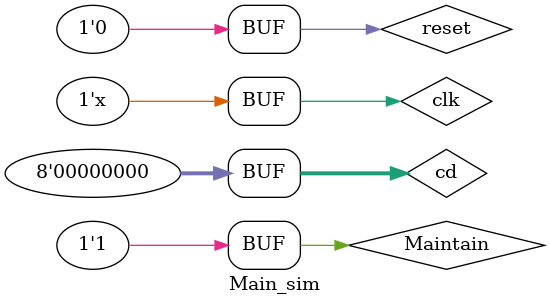
<source format=v>
`timescale 1ns / 1ps


module Main_sim(

    );
    reg clk;
    reg [7:0]cd;
    wire [7:0]Figure0;
    wire [7:0]Figure1;
    wire [3:0]DN0;
    wire [3:0]DN1;
    wire sta1;
    wire sta2;
    wire [5:0]lsd2;
    wire [7:0]lsd;
    reg reset,Maintain;
    Main LOCK(clk,cd,Figure0,Figure1,DN0,DN1,sta1,sta2,lsd,reset,Maintain,lsd2);
    initial
        begin
            cd = 0;
            clk = 0;
            Maintain = 0;
            reset = 0;
        end
    always #1
        clk = clk + 1;
    always #40000
    begin
        #5000 cd = 8'b000_000_01;
        #5000 cd = 8'b000_000_00;
        #5000 cd = 8'b000_000_01;
        #5000 cd = 8'b000_000_00;
        #5000 cd = 8'b000_000_01;
        #5000 cd = 8'b000_000_00;
        #5000 cd = 8'b000_000_01;
        #5000 cd = 8'b000_000_00;
        #5000 Maintain = 1;
        #5000 cd = 8'b000_001_00;
        #5000 cd = 8'b000_000_00;
        #5000 cd = 8'b000_001_00;
        #5000 cd = 8'b000_000_00;
        #5000 cd = 8'b000_001_00;
        #5000 cd = 8'b000_000_00;
        #5000 cd = 8'b000_001_00;
        #5000 cd = 8'b000_000_00;
    end
endmodule

</source>
